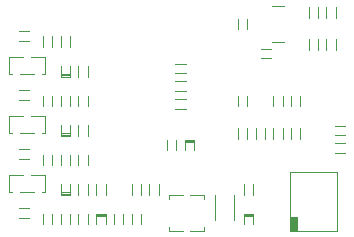
<source format=gbr>
G04 #@! TF.GenerationSoftware,KiCad,Pcbnew,(5.1.5)-3*
G04 #@! TF.CreationDate,2020-03-29T22:20:37+02:00*
G04 #@! TF.ProjectId,c3dpb,63336470-622e-46b6-9963-61645f706362,rev?*
G04 #@! TF.SameCoordinates,Original*
G04 #@! TF.FileFunction,Legend,Bot*
G04 #@! TF.FilePolarity,Positive*
%FSLAX46Y46*%
G04 Gerber Fmt 4.6, Leading zero omitted, Abs format (unit mm)*
G04 Created by KiCad (PCBNEW (5.1.5)-3) date 2020-03-29 22:20:37*
%MOMM*%
%LPD*%
G04 APERTURE LIST*
%ADD10C,0.100000*%
G04 APERTURE END LIST*
D10*
X95850000Y-81550000D02*
X95850000Y-82450000D01*
X96650000Y-82450000D02*
X96650000Y-81550000D01*
X97350000Y-81550000D02*
X97350000Y-82450000D01*
X98150000Y-82450000D02*
X98150000Y-81550000D01*
X96650000Y-79700000D02*
X96650000Y-78800000D01*
X95850000Y-78800000D02*
X95850000Y-79700000D01*
X98150000Y-79700000D02*
X98150000Y-78800000D01*
X97350000Y-78800000D02*
X97350000Y-79700000D01*
X93650000Y-89950000D02*
X93650000Y-89050000D01*
X92850000Y-89050000D02*
X92850000Y-89950000D01*
X85450000Y-85100000D02*
X84550000Y-85100000D01*
X84550000Y-85900000D02*
X85450000Y-85900000D01*
X98950000Y-88850000D02*
X98050000Y-88850000D01*
X98050000Y-89650000D02*
X98950000Y-89650000D01*
X87950000Y-94700000D02*
X87950000Y-96800000D01*
X89550000Y-96800000D02*
X89550000Y-94700000D01*
X77850000Y-96500000D02*
X78650000Y-96500000D01*
X77850000Y-96400000D02*
X78650000Y-96400000D01*
X77850000Y-96300000D02*
X78650000Y-96300000D01*
X78650000Y-97200000D02*
X78650000Y-96300000D01*
X77850000Y-96300000D02*
X77850000Y-97200000D01*
X83150000Y-94700000D02*
X83150000Y-93800000D01*
X82350000Y-93800000D02*
X82350000Y-94700000D01*
X95150000Y-87200000D02*
X95150000Y-86300000D01*
X94350000Y-86300000D02*
X94350000Y-87200000D01*
X84550000Y-87400000D02*
X85450000Y-87400000D01*
X85450000Y-86600000D02*
X84550000Y-86600000D01*
X85350000Y-90250000D02*
X86150000Y-90250000D01*
X85350000Y-90150000D02*
X86150000Y-90150000D01*
X85350000Y-90050000D02*
X86150000Y-90050000D01*
X86150000Y-90950000D02*
X86150000Y-90050000D01*
X85350000Y-90050000D02*
X85350000Y-90950000D01*
X98950000Y-90350000D02*
X98050000Y-90350000D01*
X98050000Y-91150000D02*
X98950000Y-91150000D01*
X83850000Y-90050000D02*
X83850000Y-90950000D01*
X84650000Y-90950000D02*
X84650000Y-90050000D01*
X92750000Y-81750000D02*
X93750000Y-81750000D01*
X92750000Y-78750000D02*
X93750000Y-78750000D01*
X85450000Y-83600000D02*
X84550000Y-83600000D01*
X84550000Y-84400000D02*
X85450000Y-84400000D01*
X74850000Y-86300000D02*
X74850000Y-87200000D01*
X75650000Y-87200000D02*
X75650000Y-86300000D01*
X77150000Y-87200000D02*
X77150000Y-86300000D01*
X76350000Y-86300000D02*
X76350000Y-87200000D01*
X71300000Y-86650000D02*
X72200000Y-86650000D01*
X72200000Y-85850000D02*
X71300000Y-85850000D01*
X73350000Y-86300000D02*
X73350000Y-87200000D01*
X74150000Y-87200000D02*
X74150000Y-86300000D01*
X74850000Y-91300000D02*
X74850000Y-92200000D01*
X75650000Y-92200000D02*
X75650000Y-91300000D01*
X77150000Y-92200000D02*
X77150000Y-91300000D01*
X76350000Y-91300000D02*
X76350000Y-92200000D01*
X71300000Y-91650000D02*
X72200000Y-91650000D01*
X72200000Y-90850000D02*
X71300000Y-90850000D01*
X73350000Y-91300000D02*
X73350000Y-92200000D01*
X74150000Y-92200000D02*
X74150000Y-91300000D01*
X74850000Y-96300000D02*
X74850000Y-97200000D01*
X75650000Y-97200000D02*
X75650000Y-96300000D01*
X77150000Y-97200000D02*
X77150000Y-96300000D01*
X76350000Y-96300000D02*
X76350000Y-97200000D01*
X71300000Y-96650000D02*
X72200000Y-96650000D01*
X72200000Y-95850000D02*
X71300000Y-95850000D01*
X73350000Y-96300000D02*
X73350000Y-97200000D01*
X74150000Y-97200000D02*
X74150000Y-96300000D01*
X73300000Y-84450000D02*
X73520000Y-84450000D01*
X71650000Y-83050000D02*
X70480000Y-83050000D01*
X72600000Y-84450000D02*
X71400000Y-84450000D01*
X70480000Y-84450000D02*
X70480000Y-83050000D01*
X73520000Y-83050000D02*
X72350000Y-83050000D01*
X73520000Y-84450000D02*
X73520000Y-83050000D01*
X70700000Y-84450000D02*
X70500000Y-84450000D01*
X73300000Y-89450000D02*
X73520000Y-89450000D01*
X71650000Y-88050000D02*
X70480000Y-88050000D01*
X72600000Y-89450000D02*
X71400000Y-89450000D01*
X70480000Y-89450000D02*
X70480000Y-88050000D01*
X73520000Y-88050000D02*
X72350000Y-88050000D01*
X73520000Y-89450000D02*
X73520000Y-88050000D01*
X70700000Y-89450000D02*
X70500000Y-89450000D01*
X73300000Y-94450000D02*
X73520000Y-94450000D01*
X71650000Y-93050000D02*
X70480000Y-93050000D01*
X72600000Y-94450000D02*
X71400000Y-94450000D01*
X70480000Y-94450000D02*
X70480000Y-93050000D01*
X73520000Y-93050000D02*
X72350000Y-93050000D01*
X73520000Y-94450000D02*
X73520000Y-93050000D01*
X70700000Y-94450000D02*
X70500000Y-94450000D01*
X75650000Y-84500000D02*
X74850000Y-84500000D01*
X75650000Y-84600000D02*
X74850000Y-84600000D01*
X75650000Y-84700000D02*
X74850000Y-84700000D01*
X74850000Y-83800000D02*
X74850000Y-84700000D01*
X75650000Y-84700000D02*
X75650000Y-83800000D01*
X75650000Y-89500000D02*
X74850000Y-89500000D01*
X75650000Y-89600000D02*
X74850000Y-89600000D01*
X75650000Y-89700000D02*
X74850000Y-89700000D01*
X74850000Y-88800000D02*
X74850000Y-89700000D01*
X75650000Y-89700000D02*
X75650000Y-88800000D01*
X75650000Y-94500000D02*
X74850000Y-94500000D01*
X75650000Y-94600000D02*
X74850000Y-94600000D01*
X75650000Y-94700000D02*
X74850000Y-94700000D01*
X74850000Y-93800000D02*
X74850000Y-94700000D01*
X75650000Y-94700000D02*
X75650000Y-93800000D01*
X77150000Y-84700000D02*
X77150000Y-83800000D01*
X76350000Y-83800000D02*
X76350000Y-84700000D01*
X77150000Y-89700000D02*
X77150000Y-88800000D01*
X76350000Y-88800000D02*
X76350000Y-89700000D01*
X77150000Y-94700000D02*
X77150000Y-93800000D01*
X76350000Y-93800000D02*
X76350000Y-94700000D01*
X91800000Y-83150000D02*
X92700000Y-83150000D01*
X92700000Y-82350000D02*
X91800000Y-82350000D01*
X84000000Y-94750000D02*
X85235000Y-94750000D01*
X87000000Y-97750000D02*
X85765000Y-97750000D01*
X87000000Y-94750000D02*
X85765000Y-94750000D01*
X84000000Y-97750000D02*
X85235000Y-97750000D01*
X84000000Y-94750000D02*
X84000000Y-95050000D01*
X87000000Y-94750000D02*
X87000000Y-95050000D01*
X87000000Y-97750000D02*
X87000000Y-97450000D01*
X84000000Y-97750000D02*
X84000000Y-97450000D01*
X89850000Y-79800000D02*
X89850000Y-80700000D01*
X90650000Y-80700000D02*
X90650000Y-79800000D01*
X71300000Y-81650000D02*
X72200000Y-81650000D01*
X72200000Y-80850000D02*
X71300000Y-80850000D01*
X75650000Y-82200000D02*
X75650000Y-81300000D01*
X74850000Y-81300000D02*
X74850000Y-82200000D01*
X74150000Y-82200000D02*
X74150000Y-81300000D01*
X73350000Y-81300000D02*
X73350000Y-82200000D01*
X81650000Y-97200000D02*
X81650000Y-96300000D01*
X80850000Y-96300000D02*
X80850000Y-97200000D01*
X81650000Y-94700000D02*
X81650000Y-93800000D01*
X80850000Y-93800000D02*
X80850000Y-94700000D01*
X77850000Y-93800000D02*
X77850000Y-94700000D01*
X78650000Y-94700000D02*
X78650000Y-93800000D01*
X92850000Y-86300000D02*
X92850000Y-87200000D01*
X93650000Y-87200000D02*
X93650000Y-86300000D01*
X90350000Y-93800000D02*
X90350000Y-94700000D01*
X91150000Y-94700000D02*
X91150000Y-93800000D01*
X89850000Y-89050000D02*
X89850000Y-89950000D01*
X90650000Y-89950000D02*
X90650000Y-89050000D01*
X90350000Y-96500000D02*
X91150000Y-96500000D01*
X90350000Y-96400000D02*
X91150000Y-96400000D01*
X90350000Y-96300000D02*
X91150000Y-96300000D01*
X91150000Y-97200000D02*
X91150000Y-96300000D01*
X90350000Y-96300000D02*
X90350000Y-97200000D01*
X80150000Y-97200000D02*
X80150000Y-96300000D01*
X79350000Y-96300000D02*
X79350000Y-97200000D01*
X92150000Y-89950000D02*
X92150000Y-89050000D01*
X91350000Y-89050000D02*
X91350000Y-89950000D01*
X95150000Y-89950000D02*
X95150000Y-89050000D01*
X94350000Y-89050000D02*
X94350000Y-89950000D01*
X89850000Y-86300000D02*
X89850000Y-87200000D01*
X90650000Y-87200000D02*
X90650000Y-86300000D01*
G36*
X94250000Y-97750000D02*
G01*
X94250000Y-96550000D01*
X94850000Y-96550000D01*
X94850000Y-97750000D01*
X94250000Y-97750000D01*
G37*
X94250000Y-97750000D02*
X94250000Y-96550000D01*
X94850000Y-96550000D01*
X94850000Y-97750000D01*
X94250000Y-97750000D01*
X98250000Y-97750000D02*
X98250000Y-92750000D01*
X94250000Y-97750000D02*
X94250000Y-92750000D01*
X94250000Y-92750000D02*
X98250000Y-92750000D01*
X94250000Y-97750000D02*
X98250000Y-97750000D01*
M02*

</source>
